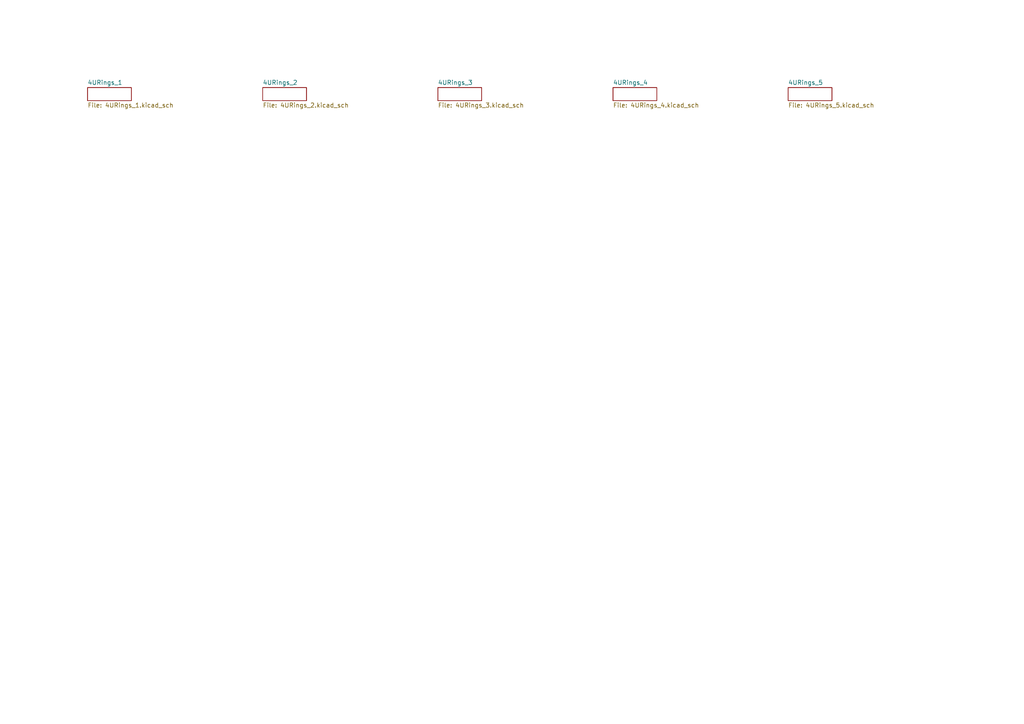
<source format=kicad_sch>
(kicad_sch
	(version 20231120)
	(generator "eeschema")
	(generator_version "8.0")
	(uuid "5f336f6f-ded2-4fdd-8fba-58ae9f4d3772")
	(paper "A4")
	(lib_symbols)
	(sheet
		(at 127 25.4)
		(size 12.7 3.81)
		(fields_autoplaced yes)
		(stroke
			(width 0)
			(type solid)
		)
		(fill
			(color 0 0 0 0.0000)
		)
		(uuid "0133ff4e-5a24-4a14-9812-aa83c0c21f74")
		(property "Sheetname" "4URings_3"
			(at 127 24.6884 0)
			(effects
				(font
					(size 1.27 1.27)
				)
				(justify left bottom)
			)
		)
		(property "Sheetfile" "4URings_3.kicad_sch"
			(at 127 29.7946 0)
			(effects
				(font
					(size 1.27 1.27)
				)
				(justify left top)
			)
		)
		(instances
			(project "4URings"
				(path "/5f336f6f-ded2-4fdd-8fba-58ae9f4d3772"
					(page "3")
				)
			)
		)
	)
	(sheet
		(at 177.8 25.4)
		(size 12.7 3.81)
		(fields_autoplaced yes)
		(stroke
			(width 0)
			(type solid)
		)
		(fill
			(color 0 0 0 0.0000)
		)
		(uuid "263cd3ef-c414-4675-bcbc-6fcd38ce89b7")
		(property "Sheetname" "4URings_4"
			(at 177.8 24.6884 0)
			(effects
				(font
					(size 1.27 1.27)
				)
				(justify left bottom)
			)
		)
		(property "Sheetfile" "4URings_4.kicad_sch"
			(at 177.8 29.7946 0)
			(effects
				(font
					(size 1.27 1.27)
				)
				(justify left top)
			)
		)
		(instances
			(project "4URings"
				(path "/5f336f6f-ded2-4fdd-8fba-58ae9f4d3772"
					(page "4")
				)
			)
		)
	)
	(sheet
		(at 25.4 25.4)
		(size 12.7 3.81)
		(fields_autoplaced yes)
		(stroke
			(width 0)
			(type solid)
		)
		(fill
			(color 0 0 0 0.0000)
		)
		(uuid "61713527-a467-41b0-8f39-787e5b9346be")
		(property "Sheetname" "4URings_1"
			(at 25.4 24.6884 0)
			(effects
				(font
					(size 1.27 1.27)
				)
				(justify left bottom)
			)
		)
		(property "Sheetfile" "4URings_1.kicad_sch"
			(at 25.4 29.7946 0)
			(effects
				(font
					(size 1.27 1.27)
				)
				(justify left top)
			)
		)
		(instances
			(project "4URings"
				(path "/5f336f6f-ded2-4fdd-8fba-58ae9f4d3772"
					(page "1")
				)
			)
		)
	)
	(sheet
		(at 76.2 25.4)
		(size 12.7 3.81)
		(fields_autoplaced yes)
		(stroke
			(width 0)
			(type solid)
		)
		(fill
			(color 0 0 0 0.0000)
		)
		(uuid "9037f6ad-5859-4863-9f0b-f8ffa826d96c")
		(property "Sheetname" "4URings_2"
			(at 76.2 24.6884 0)
			(effects
				(font
					(size 1.27 1.27)
				)
				(justify left bottom)
			)
		)
		(property "Sheetfile" "4URings_2.kicad_sch"
			(at 76.2 29.7946 0)
			(effects
				(font
					(size 1.27 1.27)
				)
				(justify left top)
			)
		)
		(instances
			(project "4URings"
				(path "/5f336f6f-ded2-4fdd-8fba-58ae9f4d3772"
					(page "2")
				)
			)
		)
	)
	(sheet
		(at 228.6 25.4)
		(size 12.7 3.81)
		(fields_autoplaced yes)
		(stroke
			(width 0)
			(type solid)
		)
		(fill
			(color 0 0 0 0.0000)
		)
		(uuid "ce8ac18b-8dd9-455d-ba89-3dbfe104c269")
		(property "Sheetname" "4URings_5"
			(at 228.6 24.6884 0)
			(effects
				(font
					(size 1.27 1.27)
				)
				(justify left bottom)
			)
		)
		(property "Sheetfile" "4URings_5.kicad_sch"
			(at 228.6 29.7946 0)
			(effects
				(font
					(size 1.27 1.27)
				)
				(justify left top)
			)
		)
		(instances
			(project "4URings"
				(path "/5f336f6f-ded2-4fdd-8fba-58ae9f4d3772"
					(page "5")
				)
			)
		)
	)
	(sheet_instances
		(path "/"
			(page "1")
		)
	)
)

</source>
